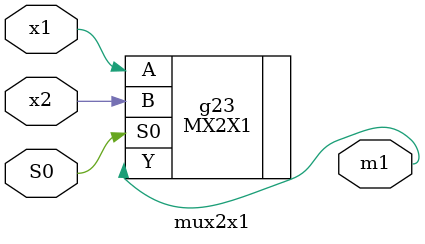
<source format=v>
/*
###############################################################
#  Generated by:      Cadence Innovus 16.21-s078_1
#  OS:                Linux x86_64(Host ID client02)
#  Generated on:      Sat Sep 14 15:43:59 2019
#  Design:            mux2x1
#  Command:           saveNetlist mux2x1-innovus-netlist.v
###############################################################
*/
// Generated by Cadence Genus(TM) Synthesis Solution 16.21-s018_1
// Generated on: Sep 12 2019 02:06:01 IST (Sep 11 2019 20:36:01 UTC)
// Verification Directory fv/mux2x1 
module mux2x1 (
	S0, 
	x1, 
	x2, 
	m1);
   input S0;
   input x1;
   input x2;
   output m1;

   MX2X1 g23 (.A(x1),
	.B(x2),
	.S0(S0),
	.Y(m1));
endmodule


</source>
